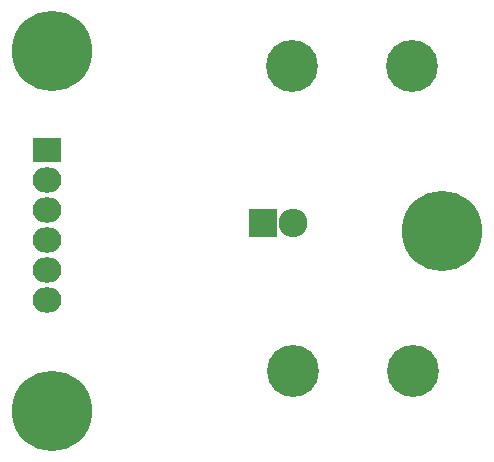
<source format=gbs>
G04 #@! TF.GenerationSoftware,KiCad,Pcbnew,(2017-08-08 revision 53204e097)-makepkg*
G04 #@! TF.CreationDate,2017-10-18T16:30:53+02:00*
G04 #@! TF.ProjectId,LM510401A,4C4D353130343031412E6B696361645F,rev?*
G04 #@! TF.SameCoordinates,Original*
G04 #@! TF.FileFunction,Soldermask,Bot*
G04 #@! TF.FilePolarity,Negative*
%FSLAX46Y46*%
G04 Gerber Fmt 4.6, Leading zero omitted, Abs format (unit mm)*
G04 Created by KiCad (PCBNEW (2017-08-08 revision 53204e097)-makepkg) date 10/18/17 16:30:53*
%MOMM*%
%LPD*%
G01*
G04 APERTURE LIST*
%ADD10R,2.432000X2.432000*%
%ADD11O,2.432000X2.432000*%
%ADD12R,2.432000X2.127200*%
%ADD13O,2.432000X2.127200*%
%ADD14C,4.400500*%
%ADD15C,6.800000*%
G04 APERTURE END LIST*
D10*
X137287000Y-100965000D03*
D11*
X139827000Y-100965000D03*
D12*
X118999000Y-94742000D03*
D13*
X118999000Y-97282000D03*
X118999000Y-99822000D03*
X118999000Y-102362000D03*
X118999000Y-104902000D03*
X118999000Y-107442000D03*
D14*
X149860000Y-87630000D03*
X139700000Y-87630000D03*
X149923500Y-113474500D03*
X139763500Y-113474500D03*
D15*
X119380000Y-86360000D03*
X119380000Y-116840000D03*
X152400000Y-101600000D03*
M02*

</source>
